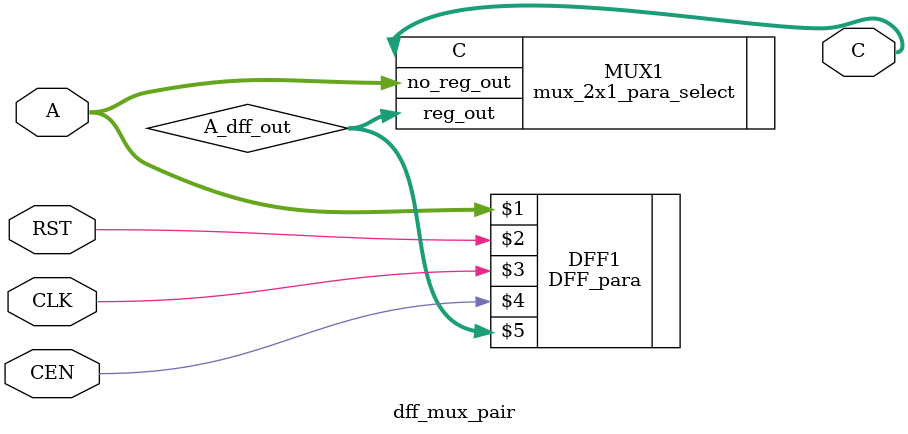
<source format=v>
module dff_mux_pair #(
    parameter WIDTH = 4,
    parameter RST_MODE = "SYNC",
    parameter SELECT = 0// 0 for no register, 1 is for register
) (
    input [WIDTH - 1: 0] A,
    input CLK,RST,CEN,
    output [WIDTH - 1: 0]C
);
    wire [WIDTH - 1: 0] A_dff_out;
    
    DFF_para #(WIDTH,RST_MODE) DFF1(A,RST,CLK,CEN,A_dff_out);
    mux_2x1_para_select #(WIDTH,SELECT) MUX1(.reg_out(A_dff_out),.no_reg_out(A),.C(C));
endmodule
</source>
